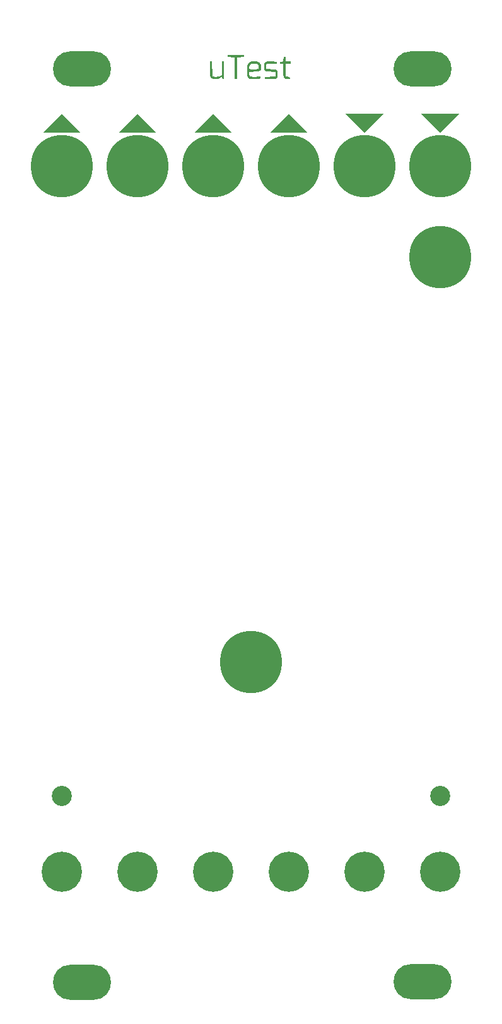
<source format=gts>
G04 DipTrace 4.0.0.0*
G04 uTest_PCBpanel.GTS*
%MOIN*%
G04 #@! TF.FileFunction,Soldermask,Top*
G04 #@! TF.Part,Single*
%ADD20C,0.212*%
%ADD21C,0.106299*%
%ADD26C,0.328*%
%ADD28O,0.307213X0.185165*%
%FSLAX26Y26*%
G04*
G70*
G90*
G75*
G01*
G04 TopMask*
%LPD*%
D20*
X994000Y1094000D3*
X1394000D3*
X1794000D3*
X594000D3*
X2194000D3*
X2594000D3*
D21*
Y1494000D3*
X594000D3*
D28*
X2500213Y512970D3*
X2501441Y5332119D3*
D26*
X2194000Y4819000D3*
X1794000D3*
X1394000D3*
X994000D3*
X2594000Y4337749D3*
Y4819000D3*
X594000D3*
D28*
X700682Y512178D3*
Y5332029D3*
D26*
X1594000Y2200249D3*
G36*
X1694000Y4994000D2*
X1894000D1*
X1794000Y5094000D1*
D1*
X1694000Y4994000D1*
G37*
G36*
X1294000D2*
X1494000D1*
X1394000Y5094000D1*
D1*
X1294000Y4994000D1*
G37*
G36*
X2194000D2*
X2294000Y5094000D1*
X2094000D1*
X2194000Y4994000D1*
G37*
G36*
X2594000D2*
X2694000Y5094000D1*
X2494000D1*
X2594000Y4994000D1*
G37*
G36*
X894000D2*
X1094000D1*
X994000Y5094000D1*
D1*
X894000Y4994000D1*
G37*
G36*
X494000D2*
X694000D1*
X594000Y5094000D1*
D1*
X494000Y4994000D1*
G37*
G36*
X1469513Y5403620D2*
Y5393122D1*
X1507571Y5391809D1*
Y5277636D1*
X1519382D1*
Y5391809D1*
X1557440Y5393122D1*
Y5403620D1*
X1469513D1*
G37*
G36*
X1767414Y5394434D2*
X1766101Y5393122D1*
X1763477Y5372124D1*
X1763045Y5370532D1*
X1762164Y5369500D1*
X1755603Y5368187D1*
X1747729Y5366875D1*
X1746416Y5365563D1*
Y5357689D1*
X1763477Y5356376D1*
Y5303883D1*
X1764789Y5296009D1*
X1766101Y5290760D1*
X1767414Y5288135D1*
X1770038Y5284198D1*
X1772663Y5281573D1*
X1777912Y5278949D1*
X1781849Y5277636D1*
X1800222D1*
Y5285510D1*
X1797597Y5286823D1*
X1787099Y5289447D1*
X1783162Y5290760D1*
X1780537Y5292072D1*
X1777912Y5294697D1*
Y5296009D1*
X1776600Y5299946D1*
X1775288Y5301258D1*
Y5356376D1*
X1802847Y5357689D1*
Y5369500D1*
X1775288Y5370812D1*
Y5394434D1*
X1767414D1*
G37*
G36*
X1376338Y5369500D2*
Y5299946D1*
X1377650Y5294697D1*
X1381587Y5286823D1*
X1388149Y5280261D1*
X1393398Y5277636D1*
X1397335Y5276324D1*
X1413083D1*
X1420957Y5278949D1*
X1436705Y5286823D1*
X1437685Y5287665D1*
X1438365Y5287589D1*
X1439330Y5286823D1*
X1441954Y5278949D1*
X1443267Y5277636D1*
X1451141D1*
Y5368187D1*
X1449828Y5369500D1*
X1439330D1*
Y5298634D1*
X1426206Y5292072D1*
X1422269Y5290760D1*
X1417020Y5289447D1*
X1410458Y5288135D1*
X1403897D1*
X1397335Y5289447D1*
X1392086Y5292072D1*
X1390529Y5293547D1*
X1390773Y5294697D1*
X1389461Y5297321D1*
X1388149Y5368187D1*
X1386836Y5369500D1*
X1376338D1*
G37*
G36*
X1577125Y5356376D2*
X1575813Y5355064D1*
X1573188Y5347190D1*
X1571876Y5338004D1*
Y5309132D1*
X1573188Y5299946D1*
X1574500Y5294697D1*
X1575813Y5290760D1*
X1578437Y5285510D1*
X1582374Y5281573D1*
X1586311Y5278949D1*
X1590248Y5277636D1*
X1598122Y5276324D1*
X1611246D1*
X1626994Y5277636D1*
X1636180Y5278949D1*
X1641429Y5280261D1*
X1644054Y5281573D1*
Y5289447D1*
X1629618D1*
X1618245Y5288135D1*
X1606871D1*
X1595498Y5289447D1*
X1591561Y5290760D1*
X1588936Y5292072D1*
X1586311Y5294697D1*
Y5296009D1*
X1584999Y5301258D1*
X1583687Y5302571D1*
Y5315694D1*
X1630931Y5317006D1*
X1634868Y5318319D1*
X1640117Y5320943D1*
X1642742Y5323568D1*
X1645366Y5328817D1*
X1646679Y5334067D1*
Y5344565D1*
X1645366Y5352439D1*
X1644054Y5356376D1*
X1641429Y5361626D1*
X1638805Y5364250D1*
X1630931Y5368187D1*
X1625681Y5369500D1*
X1598122D1*
X1591561Y5368187D1*
X1587624Y5366875D1*
X1583687Y5364250D1*
X1577125Y5357689D1*
Y5356376D1*
X1595498D1*
X1605559Y5357689D1*
X1615620D1*
X1625681Y5356376D1*
X1629618Y5355064D1*
X1633555Y5351127D1*
Y5348502D1*
X1634868Y5347190D1*
Y5334067D1*
X1630931Y5330130D1*
X1615183Y5328817D1*
X1599435D1*
X1583687Y5330130D1*
Y5343253D1*
X1584999Y5344565D1*
X1586311Y5348502D1*
Y5349815D1*
X1591561Y5355064D1*
X1595498Y5356376D1*
X1577125D1*
G37*
G36*
X1676863Y5369500D2*
X1672926Y5368187D1*
X1670301Y5366875D1*
X1665052Y5361626D1*
X1663739Y5359001D1*
X1662427Y5355064D1*
Y5330130D1*
X1663739Y5326193D1*
X1666364Y5322256D1*
X1670301Y5319631D1*
X1674238Y5318319D1*
X1679487Y5317006D1*
X1718857Y5315694D1*
X1721482Y5314382D1*
X1722794Y5313069D1*
Y5309132D1*
X1724107Y5307820D1*
Y5297321D1*
X1722794Y5296009D1*
Y5293384D1*
X1720170Y5290760D1*
X1717545Y5289447D1*
X1666364Y5288135D1*
Y5280261D1*
X1670301Y5278949D1*
X1684737Y5277636D1*
X1704422Y5276324D1*
X1716233D1*
X1722794Y5277636D1*
X1728044Y5280261D1*
X1731981Y5284198D1*
X1733293Y5286823D1*
X1734605Y5290760D1*
Y5314382D1*
X1731981Y5319631D1*
X1729356Y5323568D1*
X1725419Y5326193D1*
X1722794Y5327505D1*
X1718857Y5328817D1*
X1678175Y5330130D1*
X1675550Y5331442D1*
X1674238Y5332754D1*
Y5336691D1*
X1672926Y5338004D1*
Y5351127D1*
X1674238Y5352439D1*
Y5353752D1*
X1676863Y5356376D1*
X1682112Y5357689D1*
X1730668Y5359001D1*
Y5366875D1*
X1725419Y5368187D1*
X1709671Y5369500D1*
X1676863D1*
G37*
M02*

</source>
